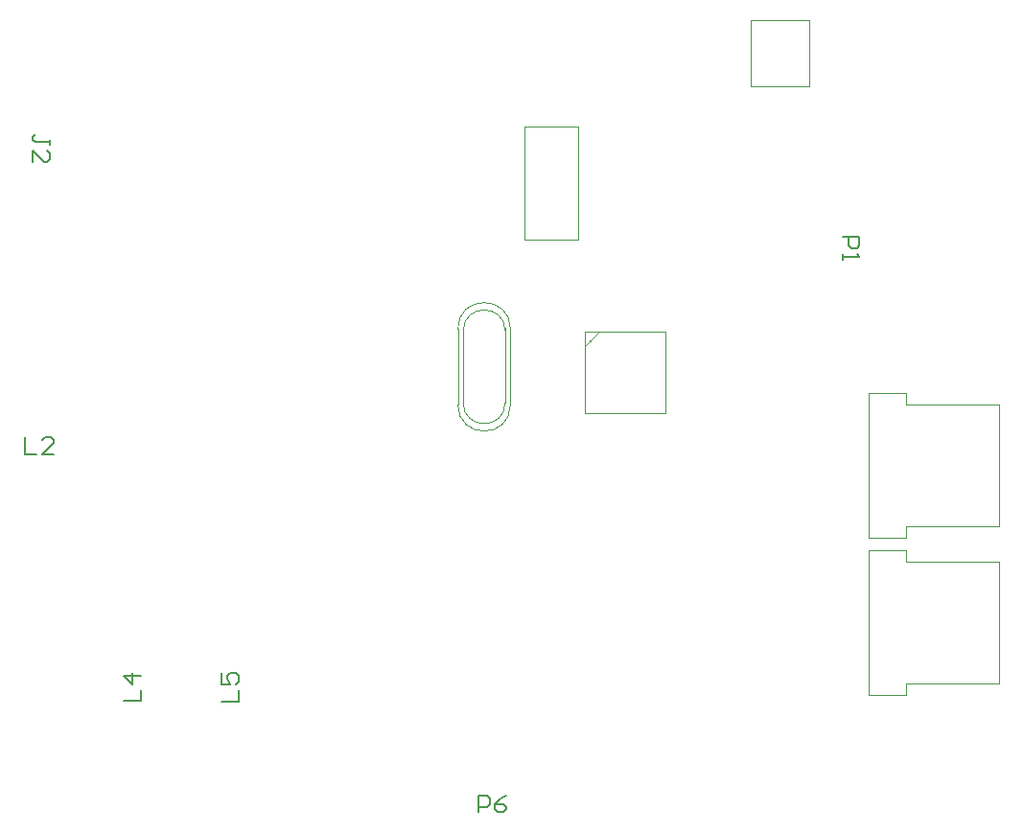
<source format=gbr>
%TF.GenerationSoftware,Altium Limited,Altium Designer,24.7.2 (38)*%
G04 Layer_Color=16711935*
%FSLAX45Y45*%
%MOMM*%
%TF.SameCoordinates,313A2AA4-CFAA-4B56-AAC7-ADE98D6BBF51*%
%TF.FilePolarity,Positive*%
%TF.FileFunction,Other,Top_Designator*%
%TF.Part,Single*%
G01*
G75*
%TA.AperFunction,NonConductor*%
%ADD98C,0.10000*%
%ADD100C,0.00000*%
%ADD101C,0.02540*%
%ADD102C,0.15000*%
D98*
X4660000Y4145000D02*
G03*
X4195000Y4145000I-232500J0D01*
G01*
X4242500Y3492500D02*
G03*
X4612500Y3492500I185000J0D01*
G01*
Y4127500D02*
G03*
X4242500Y4127500I-185000J0D01*
G01*
X4195000Y3475000D02*
G03*
X4660000Y3475000I232500J0D01*
G01*
X4195000Y3475001D02*
Y4145000D01*
X4660000Y3475000D02*
Y4145000D01*
X4242500Y3492502D02*
Y4150000D01*
X4612500Y3492500D02*
Y4150000D01*
X7296000Y6290000D02*
Y6870000D01*
X6784000Y6290000D02*
X7296000D01*
X6784000D02*
Y6870000D01*
X7296000D01*
X4787496Y4935000D02*
X5257500D01*
X4787496D02*
Y5935000D01*
X5257496D01*
X5257500Y4935000D02*
Y5934996D01*
X7825000Y3577000D02*
X8155000D01*
X7825000Y2303000D02*
Y3577000D01*
Y2303000D02*
X8155000D01*
X8975000Y2400000D02*
Y3480000D01*
X8155000Y2303000D02*
Y2400000D01*
Y3480000D02*
Y3577000D01*
Y2400000D02*
X8975000D01*
X8155000Y3480000D02*
X8975000D01*
X7825000Y2187000D02*
X8155000D01*
X7825000Y913000D02*
Y2187000D01*
Y913000D02*
X8155000D01*
X8975000Y1010000D02*
Y2090000D01*
X8155000Y913000D02*
Y1010000D01*
Y2090000D02*
Y2187000D01*
Y1010000D02*
X8975000D01*
X8155000Y2090000D02*
X8975000D01*
D100*
X5378310Y4037500D02*
G03*
X5378310Y4037500I-7620J0D01*
G01*
D101*
X5313090Y3994910D02*
X5440090Y4121910D01*
X5313090Y3403090D02*
X6031910D01*
Y4121910D01*
X5313090D02*
X6031910D01*
X5313090Y3403090D02*
Y4121910D01*
D102*
X7592525Y4957967D02*
X7742476D01*
Y4882992D01*
X7717484Y4858000D01*
X7667500D01*
X7642508Y4882992D01*
Y4957967D01*
X7592525Y4808016D02*
Y4758032D01*
Y4783024D01*
X7742476D01*
X7717484Y4808016D01*
X592475Y5767518D02*
Y5817501D01*
Y5792510D01*
X467515D01*
X442523Y5817501D01*
Y5842494D01*
X467515Y5867485D01*
X442523Y5617566D02*
Y5717534D01*
X542491Y5617566D01*
X567483D01*
X592475Y5642558D01*
Y5692542D01*
X567483Y5717534D01*
X375041Y3184976D02*
Y3035024D01*
X475008D01*
X624960D02*
X524992D01*
X624960Y3134992D01*
Y3159984D01*
X599968Y3184976D01*
X549984D01*
X524992Y3159984D01*
X1245024Y857541D02*
X1394976D01*
Y957508D01*
Y1082468D02*
X1245024D01*
X1320000Y1007492D01*
Y1107460D01*
X2110024Y855041D02*
X2259976D01*
Y955008D01*
X2110024Y1104960D02*
Y1004992D01*
X2185000D01*
X2160008Y1054976D01*
Y1079968D01*
X2185000Y1104960D01*
X2234984D01*
X2259976Y1079968D01*
Y1029984D01*
X2234984Y1004992D01*
X4375041Y-124976D02*
Y24976D01*
X4450016D01*
X4475008Y-16D01*
Y-50000D01*
X4450016Y-74992D01*
X4375041D01*
X4624960Y24976D02*
X4574976Y-16D01*
X4524992Y-50000D01*
Y-99984D01*
X4549984Y-124976D01*
X4599968D01*
X4624960Y-99984D01*
Y-74992D01*
X4599968Y-50000D01*
X4524992D01*
%TF.MD5,f9f95ef9496de784c1c04c092baf578b*%
M02*

</source>
